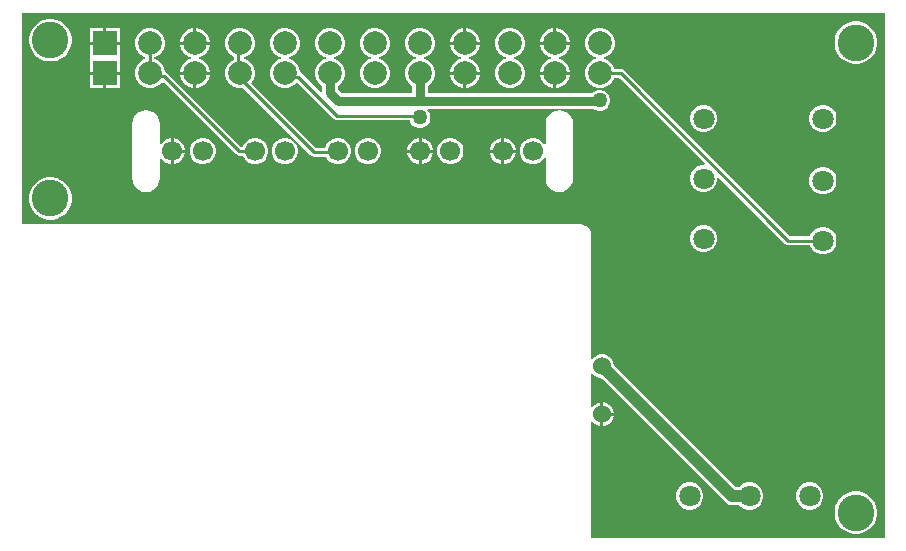
<source format=gtl>
G04*
G04 #@! TF.GenerationSoftware,Altium Limited,Altium Designer,23.1.1 (15)*
G04*
G04 Layer_Physical_Order=1*
G04 Layer_Color=255*
%FSLAX44Y44*%
%MOMM*%
G71*
G04*
G04 #@! TF.SameCoordinates,DA8C0BEE-71F1-460D-B415-3B7703EDD080*
G04*
G04*
G04 #@! TF.FilePolarity,Positive*
G04*
G01*
G75*
%ADD17C,1.8000*%
%ADD20C,0.8000*%
%ADD21C,0.2540*%
%ADD22C,1.0000*%
%ADD23C,3.1000*%
%ADD24C,2.0000*%
%ADD25R,2.0000X2.0000*%
%ADD26C,1.7000*%
%ADD27C,1.5240*%
%ADD28C,0.7112*%
%ADD29C,1.2700*%
G36*
X993386Y816614D02*
X744614D01*
Y914844D01*
X745581Y915103D01*
X745884Y915108D01*
X747762Y913230D01*
X750078Y911892D01*
X752662Y911200D01*
X752730D01*
Y921360D01*
Y931520D01*
X752662D01*
X750078Y930828D01*
X747762Y929490D01*
X745884Y927612D01*
X745581Y927617D01*
X744614Y927876D01*
Y955484D01*
X745581Y955743D01*
X745884Y955748D01*
X747762Y953870D01*
X750078Y952532D01*
X752662Y951840D01*
X753405D01*
X858622Y846622D01*
X860198Y845414D01*
X862032Y844654D01*
X864000Y844395D01*
X870285D01*
X871914Y842766D01*
X874546Y841246D01*
X877481Y840460D01*
X880519D01*
X883454Y841246D01*
X886086Y842766D01*
X888234Y844914D01*
X889753Y847546D01*
X890540Y850481D01*
Y853519D01*
X889753Y856454D01*
X888234Y859086D01*
X886086Y861234D01*
X883454Y862754D01*
X880519Y863540D01*
X877481D01*
X874546Y862754D01*
X871914Y861234D01*
X870285Y859605D01*
X867150D01*
X764160Y962595D01*
Y963338D01*
X763468Y965922D01*
X762130Y968238D01*
X760238Y970130D01*
X757922Y971468D01*
X755338Y972160D01*
X752662D01*
X750078Y971468D01*
X747762Y970130D01*
X745884Y968252D01*
X745581Y968257D01*
X744614Y968516D01*
Y1073318D01*
X744320Y1075547D01*
X743460Y1077625D01*
X742091Y1079409D01*
X740307Y1080778D01*
X738229Y1081638D01*
X736000Y1081932D01*
X262614Y1081932D01*
Y1261386D01*
X993386D01*
Y816614D01*
D02*
G37*
%LPC*%
G36*
X715651Y1247940D02*
X715270D01*
Y1236670D01*
X726540D01*
Y1237051D01*
X725685Y1240240D01*
X724035Y1243100D01*
X721700Y1245434D01*
X718840Y1247085D01*
X715651Y1247940D01*
D02*
G37*
G36*
X712730D02*
X712349D01*
X709160Y1247085D01*
X706300Y1245434D01*
X703966Y1243100D01*
X702315Y1240240D01*
X701460Y1237051D01*
Y1236670D01*
X712730D01*
Y1247940D01*
D02*
G37*
G36*
X639451D02*
X639070D01*
Y1236670D01*
X650340D01*
Y1237051D01*
X649485Y1240240D01*
X647834Y1243100D01*
X645500Y1245434D01*
X642640Y1247085D01*
X639451Y1247940D01*
D02*
G37*
G36*
X636530D02*
X636149D01*
X632960Y1247085D01*
X630100Y1245434D01*
X627766Y1243100D01*
X626115Y1240240D01*
X625260Y1237051D01*
Y1236670D01*
X636530D01*
Y1247940D01*
D02*
G37*
G36*
X410851D02*
X410470D01*
Y1236670D01*
X421740D01*
Y1237051D01*
X420885Y1240240D01*
X419235Y1243100D01*
X416900Y1245434D01*
X414040Y1247085D01*
X410851Y1247940D01*
D02*
G37*
G36*
X407930D02*
X407549D01*
X404360Y1247085D01*
X401500Y1245434D01*
X399165Y1243100D01*
X397515Y1240240D01*
X396660Y1237051D01*
Y1236670D01*
X407930D01*
Y1247940D01*
D02*
G37*
G36*
X345540D02*
X334270D01*
Y1236670D01*
X345540D01*
Y1247940D01*
D02*
G37*
G36*
X331730D02*
X320460D01*
Y1236670D01*
X331730D01*
Y1247940D01*
D02*
G37*
G36*
X288777Y1256040D02*
X285223D01*
X281738Y1255347D01*
X278455Y1253987D01*
X275500Y1252013D01*
X272987Y1249500D01*
X271013Y1246545D01*
X269653Y1243262D01*
X268960Y1239777D01*
Y1236223D01*
X269653Y1232738D01*
X271013Y1229455D01*
X272987Y1226500D01*
X275500Y1223987D01*
X278455Y1222013D01*
X281738Y1220653D01*
X285223Y1219960D01*
X288777D01*
X292262Y1220653D01*
X295545Y1222013D01*
X298500Y1223987D01*
X301013Y1226500D01*
X302987Y1229455D01*
X304347Y1232738D01*
X305040Y1236223D01*
Y1239777D01*
X304347Y1243262D01*
X302987Y1246545D01*
X301013Y1249500D01*
X298500Y1252013D01*
X295545Y1253987D01*
X292262Y1255347D01*
X288777Y1256040D01*
D02*
G37*
G36*
X970777Y1254040D02*
X967223D01*
X963738Y1253347D01*
X960455Y1251987D01*
X957500Y1250013D01*
X954987Y1247500D01*
X953013Y1244545D01*
X951653Y1241262D01*
X950960Y1237777D01*
Y1234223D01*
X951653Y1230738D01*
X953013Y1227455D01*
X954987Y1224500D01*
X957500Y1221987D01*
X960455Y1220013D01*
X963738Y1218653D01*
X967223Y1217960D01*
X970777D01*
X974262Y1218653D01*
X977545Y1220013D01*
X980500Y1221987D01*
X983013Y1224500D01*
X984987Y1227455D01*
X986347Y1230738D01*
X987040Y1234223D01*
Y1237777D01*
X986347Y1241262D01*
X984987Y1244545D01*
X983013Y1247500D01*
X980500Y1250013D01*
X977545Y1251987D01*
X974262Y1253347D01*
X970777Y1254040D01*
D02*
G37*
G36*
X726540Y1234130D02*
X701460D01*
Y1233749D01*
X702315Y1230560D01*
X703966Y1227700D01*
X706300Y1225366D01*
X709160Y1223715D01*
X710493Y1223357D01*
Y1222043D01*
X709160Y1221685D01*
X706300Y1220034D01*
X703966Y1217700D01*
X702315Y1214840D01*
X701460Y1211651D01*
Y1211270D01*
X726540D01*
Y1211651D01*
X725685Y1214840D01*
X724035Y1217700D01*
X721700Y1220034D01*
X718840Y1221685D01*
X717507Y1222043D01*
Y1223357D01*
X718840Y1223715D01*
X721700Y1225366D01*
X724035Y1227700D01*
X725685Y1230560D01*
X726540Y1233749D01*
Y1234130D01*
D02*
G37*
G36*
X650340D02*
X625260D01*
Y1233749D01*
X626115Y1230560D01*
X627766Y1227700D01*
X630100Y1225366D01*
X632960Y1223715D01*
X634293Y1223357D01*
Y1222043D01*
X632960Y1221685D01*
X630100Y1220034D01*
X627766Y1217700D01*
X626115Y1214840D01*
X625260Y1211651D01*
Y1211270D01*
X650340D01*
Y1211651D01*
X649485Y1214840D01*
X647834Y1217700D01*
X645500Y1220034D01*
X642640Y1221685D01*
X641307Y1222043D01*
Y1223357D01*
X642640Y1223715D01*
X645500Y1225366D01*
X647834Y1227700D01*
X649485Y1230560D01*
X650340Y1233749D01*
Y1234130D01*
D02*
G37*
G36*
X421740D02*
X396660D01*
Y1233749D01*
X397515Y1230560D01*
X399165Y1227700D01*
X401500Y1225366D01*
X404360Y1223715D01*
X405693Y1223357D01*
Y1222043D01*
X404360Y1221685D01*
X401500Y1220034D01*
X399165Y1217700D01*
X397515Y1214840D01*
X396660Y1211651D01*
Y1211270D01*
X421740D01*
Y1211651D01*
X420885Y1214840D01*
X419235Y1217700D01*
X416900Y1220034D01*
X414040Y1221685D01*
X412707Y1222043D01*
Y1223357D01*
X414040Y1223715D01*
X416900Y1225366D01*
X419235Y1227700D01*
X420885Y1230560D01*
X421740Y1233749D01*
Y1234130D01*
D02*
G37*
G36*
X345540D02*
X320460D01*
Y1223810D01*
X320460Y1222860D01*
X320460Y1221590D01*
Y1211270D01*
X345540D01*
Y1221590D01*
X345540Y1222540D01*
X345540Y1223810D01*
Y1234130D01*
D02*
G37*
G36*
X726540Y1208730D02*
X715270D01*
Y1197460D01*
X715651D01*
X718840Y1198315D01*
X721700Y1199966D01*
X724035Y1202300D01*
X725685Y1205160D01*
X726540Y1208349D01*
Y1208730D01*
D02*
G37*
G36*
X712730D02*
X701460D01*
Y1208349D01*
X702315Y1205160D01*
X703966Y1202300D01*
X706300Y1199966D01*
X709160Y1198315D01*
X712349Y1197460D01*
X712730D01*
Y1208730D01*
D02*
G37*
G36*
X677551Y1247940D02*
X674249D01*
X671060Y1247085D01*
X668200Y1245434D01*
X665865Y1243100D01*
X664215Y1240240D01*
X663360Y1237051D01*
Y1233749D01*
X664215Y1230560D01*
X665865Y1227700D01*
X668200Y1225366D01*
X671060Y1223715D01*
X672393Y1223357D01*
Y1222043D01*
X671060Y1221685D01*
X668200Y1220034D01*
X665865Y1217700D01*
X664215Y1214840D01*
X663360Y1211651D01*
Y1208349D01*
X664215Y1205160D01*
X665865Y1202300D01*
X668200Y1199966D01*
X671060Y1198315D01*
X674249Y1197460D01*
X677551D01*
X680740Y1198315D01*
X683600Y1199966D01*
X685935Y1202300D01*
X687585Y1205160D01*
X688440Y1208349D01*
Y1211651D01*
X687585Y1214840D01*
X685935Y1217700D01*
X683600Y1220034D01*
X680740Y1221685D01*
X679407Y1222043D01*
Y1223357D01*
X680740Y1223715D01*
X683600Y1225366D01*
X685935Y1227700D01*
X687585Y1230560D01*
X688440Y1233749D01*
Y1237051D01*
X687585Y1240240D01*
X685935Y1243100D01*
X683600Y1245434D01*
X680740Y1247085D01*
X677551Y1247940D01*
D02*
G37*
G36*
X650340Y1208730D02*
X639070D01*
Y1197460D01*
X639451D01*
X642640Y1198315D01*
X645500Y1199966D01*
X647834Y1202300D01*
X649485Y1205160D01*
X650340Y1208349D01*
Y1208730D01*
D02*
G37*
G36*
X636530D02*
X625260D01*
Y1208349D01*
X626115Y1205160D01*
X627766Y1202300D01*
X630100Y1199966D01*
X632960Y1198315D01*
X636149Y1197460D01*
X636530D01*
Y1208730D01*
D02*
G37*
G36*
X563251Y1247940D02*
X559949D01*
X556760Y1247085D01*
X553900Y1245434D01*
X551566Y1243100D01*
X549915Y1240240D01*
X549060Y1237051D01*
Y1233749D01*
X549915Y1230560D01*
X551566Y1227700D01*
X553900Y1225366D01*
X556760Y1223715D01*
X558093Y1223357D01*
Y1222043D01*
X556760Y1221685D01*
X553900Y1220034D01*
X551566Y1217700D01*
X549915Y1214840D01*
X549060Y1211651D01*
Y1208349D01*
X549915Y1205160D01*
X551566Y1202300D01*
X553900Y1199966D01*
X556760Y1198315D01*
X559949Y1197460D01*
X563251D01*
X566440Y1198315D01*
X569300Y1199966D01*
X571634Y1202300D01*
X573285Y1205160D01*
X574140Y1208349D01*
Y1211651D01*
X573285Y1214840D01*
X571634Y1217700D01*
X569300Y1220034D01*
X566440Y1221685D01*
X565107Y1222043D01*
Y1223357D01*
X566440Y1223715D01*
X569300Y1225366D01*
X571634Y1227700D01*
X573285Y1230560D01*
X574140Y1233749D01*
Y1237051D01*
X573285Y1240240D01*
X571634Y1243100D01*
X569300Y1245434D01*
X566440Y1247085D01*
X563251Y1247940D01*
D02*
G37*
G36*
X421740Y1208730D02*
X410470D01*
Y1197460D01*
X410851D01*
X414040Y1198315D01*
X416900Y1199966D01*
X419235Y1202300D01*
X420885Y1205160D01*
X421740Y1208349D01*
Y1208730D01*
D02*
G37*
G36*
X407930D02*
X396660D01*
Y1208349D01*
X397515Y1205160D01*
X399165Y1202300D01*
X401500Y1199966D01*
X404360Y1198315D01*
X407549Y1197460D01*
X407930D01*
Y1208730D01*
D02*
G37*
G36*
X345540D02*
X334270D01*
Y1197460D01*
X345540D01*
Y1208730D01*
D02*
G37*
G36*
X331730D02*
X320460D01*
Y1197460D01*
X331730D01*
Y1208730D01*
D02*
G37*
G36*
X601351Y1247940D02*
X598049D01*
X594860Y1247085D01*
X592000Y1245434D01*
X589665Y1243100D01*
X588015Y1240240D01*
X587160Y1237051D01*
Y1233749D01*
X588015Y1230560D01*
X589665Y1227700D01*
X592000Y1225366D01*
X594860Y1223715D01*
X596193Y1223357D01*
Y1222043D01*
X594860Y1221685D01*
X592000Y1220034D01*
X589665Y1217700D01*
X588015Y1214840D01*
X587160Y1211651D01*
Y1208349D01*
X588015Y1205160D01*
X589665Y1202300D01*
X592000Y1199966D01*
X593104Y1199329D01*
Y1193328D01*
X533001D01*
X530096Y1196232D01*
Y1199329D01*
X531200Y1199966D01*
X533535Y1202300D01*
X535185Y1205160D01*
X536040Y1208349D01*
Y1211651D01*
X535185Y1214840D01*
X533535Y1217700D01*
X531200Y1220034D01*
X528340Y1221685D01*
X527007Y1222043D01*
Y1223357D01*
X528340Y1223715D01*
X531200Y1225366D01*
X533535Y1227700D01*
X535185Y1230560D01*
X536040Y1233749D01*
Y1237051D01*
X535185Y1240240D01*
X533535Y1243100D01*
X531200Y1245434D01*
X528340Y1247085D01*
X525151Y1247940D01*
X521849D01*
X518660Y1247085D01*
X515800Y1245434D01*
X513465Y1243100D01*
X511815Y1240240D01*
X510960Y1237051D01*
Y1233749D01*
X511815Y1230560D01*
X513465Y1227700D01*
X515800Y1225366D01*
X518660Y1223715D01*
X519993Y1223357D01*
Y1222043D01*
X518660Y1221685D01*
X515800Y1220034D01*
X513465Y1217700D01*
X511815Y1214840D01*
X510960Y1211651D01*
Y1208349D01*
X511815Y1205160D01*
X513465Y1202300D01*
X515800Y1199966D01*
X516904Y1199329D01*
Y1194386D01*
X515634Y1193860D01*
X499672Y1209822D01*
X498412Y1210664D01*
X497940Y1210758D01*
Y1211651D01*
X497085Y1214840D01*
X495434Y1217700D01*
X493100Y1220034D01*
X490240Y1221685D01*
X488907Y1222043D01*
Y1223357D01*
X490240Y1223715D01*
X493100Y1225366D01*
X495434Y1227700D01*
X497085Y1230560D01*
X497940Y1233749D01*
Y1237051D01*
X497085Y1240240D01*
X495434Y1243100D01*
X493100Y1245434D01*
X490240Y1247085D01*
X487051Y1247940D01*
X483749D01*
X480560Y1247085D01*
X477700Y1245434D01*
X475365Y1243100D01*
X473715Y1240240D01*
X472860Y1237051D01*
Y1233749D01*
X473715Y1230560D01*
X475365Y1227700D01*
X477700Y1225366D01*
X480560Y1223715D01*
X481893Y1223357D01*
Y1222043D01*
X480560Y1221685D01*
X477700Y1220034D01*
X475365Y1217700D01*
X473715Y1214840D01*
X472860Y1211651D01*
Y1208349D01*
X473715Y1205160D01*
X475365Y1202300D01*
X477700Y1199966D01*
X480560Y1198315D01*
X483749Y1197460D01*
X487051D01*
X490240Y1198315D01*
X493100Y1199966D01*
X495434Y1202300D01*
X496116Y1202390D01*
X527143Y1171363D01*
X528403Y1170521D01*
X529890Y1170225D01*
X591247D01*
X591545Y1169110D01*
X592716Y1167083D01*
X594371Y1165428D01*
X596398Y1164257D01*
X598659Y1163651D01*
X601000D01*
X603261Y1164257D01*
X605288Y1165428D01*
X606943Y1167083D01*
X608114Y1169110D01*
X608720Y1171371D01*
Y1173712D01*
X608114Y1175973D01*
X606943Y1178000D01*
X606078Y1178865D01*
X606604Y1180135D01*
X746293D01*
X746541Y1179886D01*
X748569Y1178716D01*
X750830Y1178110D01*
X753170D01*
X755431Y1178716D01*
X757459Y1179886D01*
X759114Y1181541D01*
X760284Y1183569D01*
X760890Y1185830D01*
Y1188170D01*
X760284Y1190431D01*
X759114Y1192459D01*
X757459Y1194114D01*
X755431Y1195284D01*
X753170Y1195890D01*
X750830D01*
X748569Y1195284D01*
X746541Y1194114D01*
X745755Y1193328D01*
X606296D01*
Y1199329D01*
X607400Y1199966D01*
X609734Y1202300D01*
X611385Y1205160D01*
X612240Y1208349D01*
Y1211651D01*
X611385Y1214840D01*
X609734Y1217700D01*
X607400Y1220034D01*
X604540Y1221685D01*
X603207Y1222043D01*
Y1223357D01*
X604540Y1223715D01*
X607400Y1225366D01*
X609734Y1227700D01*
X611385Y1230560D01*
X612240Y1233749D01*
Y1237051D01*
X611385Y1240240D01*
X609734Y1243100D01*
X607400Y1245434D01*
X604540Y1247085D01*
X601351Y1247940D01*
D02*
G37*
G36*
X942519Y1183140D02*
X939481D01*
X936546Y1182354D01*
X933914Y1180834D01*
X931766Y1178686D01*
X930247Y1176054D01*
X929460Y1173119D01*
Y1170081D01*
X930247Y1167146D01*
X931766Y1164514D01*
X933914Y1162366D01*
X936546Y1160846D01*
X939481Y1160060D01*
X942519D01*
X945454Y1160846D01*
X948086Y1162366D01*
X950234Y1164514D01*
X951753Y1167146D01*
X952540Y1170081D01*
Y1173119D01*
X951753Y1176054D01*
X950234Y1178686D01*
X948086Y1180834D01*
X945454Y1182354D01*
X942519Y1183140D01*
D02*
G37*
G36*
X841519D02*
X838481D01*
X835546Y1182354D01*
X832914Y1180834D01*
X830766Y1178686D01*
X829246Y1176054D01*
X828460Y1173119D01*
Y1170081D01*
X829246Y1167146D01*
X830766Y1164514D01*
X832914Y1162366D01*
X835546Y1160846D01*
X838481Y1160060D01*
X841519D01*
X844454Y1160846D01*
X847086Y1162366D01*
X849234Y1164514D01*
X850753Y1167146D01*
X851540Y1170081D01*
Y1173119D01*
X850753Y1176054D01*
X849234Y1178686D01*
X847086Y1180834D01*
X844454Y1182354D01*
X841519Y1183140D01*
D02*
G37*
G36*
X717909Y1178620D02*
X714896Y1178223D01*
X712089Y1177060D01*
X709678Y1175210D01*
X707829Y1172800D01*
X706666Y1169993D01*
X706269Y1166980D01*
Y1150010D01*
X704999Y1149670D01*
X704359Y1150779D01*
X702304Y1152834D01*
X699786Y1154288D01*
X696979Y1155040D01*
X694072D01*
X691264Y1154288D01*
X688746Y1152834D01*
X686691Y1150779D01*
X685237Y1148261D01*
X684485Y1145453D01*
Y1142547D01*
X685237Y1139739D01*
X686691Y1137221D01*
X688746Y1135166D01*
X691264Y1133712D01*
X694072Y1132960D01*
X696979D01*
X699786Y1133712D01*
X702304Y1135166D01*
X704359Y1137221D01*
X704999Y1138330D01*
X706269Y1137990D01*
Y1120980D01*
X706666Y1117968D01*
X707829Y1115160D01*
X709678Y1112750D01*
X712089Y1110900D01*
X714896Y1109737D01*
X717909Y1109341D01*
X720921Y1109737D01*
X723729Y1110900D01*
X726139Y1112750D01*
X727989Y1115160D01*
X729152Y1117968D01*
X729548Y1120980D01*
Y1166980D01*
X729152Y1169993D01*
X727989Y1172800D01*
X726139Y1175210D01*
X723729Y1177060D01*
X720921Y1178223D01*
X717909Y1178620D01*
D02*
G37*
G36*
X391453Y1155040D02*
X391270D01*
Y1145270D01*
X401040D01*
Y1145453D01*
X400288Y1148261D01*
X398834Y1150779D01*
X396779Y1152834D01*
X394261Y1154288D01*
X391453Y1155040D01*
D02*
G37*
G36*
X671580D02*
X671397D01*
Y1145270D01*
X681167D01*
Y1145453D01*
X680414Y1148261D01*
X678961Y1150779D01*
X676905Y1152834D01*
X674388Y1154288D01*
X671580Y1155040D01*
D02*
G37*
G36*
X601472D02*
X601289D01*
Y1145270D01*
X611059D01*
Y1145453D01*
X610306Y1148261D01*
X608853Y1150779D01*
X606797Y1152834D01*
X604280Y1154288D01*
X601472Y1155040D01*
D02*
G37*
G36*
X668857D02*
X668673D01*
X665865Y1154288D01*
X663348Y1152834D01*
X661292Y1150779D01*
X659839Y1148261D01*
X659087Y1145453D01*
Y1145270D01*
X668857D01*
Y1155040D01*
D02*
G37*
G36*
X598749D02*
X598565D01*
X595757Y1154288D01*
X593240Y1152834D01*
X591184Y1150779D01*
X589731Y1148261D01*
X588979Y1145453D01*
Y1145270D01*
X598749D01*
Y1155040D01*
D02*
G37*
G36*
X681167Y1142730D02*
X671397D01*
Y1132960D01*
X671580D01*
X674388Y1133712D01*
X676905Y1135166D01*
X678961Y1137221D01*
X680414Y1139739D01*
X681167Y1142547D01*
Y1142730D01*
D02*
G37*
G36*
X668857D02*
X659087D01*
Y1142547D01*
X659839Y1139739D01*
X661292Y1137221D01*
X663348Y1135166D01*
X665865Y1133712D01*
X668673Y1132960D01*
X668857D01*
Y1142730D01*
D02*
G37*
G36*
X627159Y1155040D02*
X624252D01*
X621444Y1154288D01*
X618927Y1152834D01*
X616871Y1150779D01*
X615418Y1148261D01*
X614665Y1145453D01*
Y1142547D01*
X615418Y1139739D01*
X616871Y1137221D01*
X618927Y1135166D01*
X621444Y1133712D01*
X624252Y1132960D01*
X627159D01*
X629967Y1133712D01*
X632484Y1135166D01*
X634540Y1137221D01*
X635993Y1139739D01*
X636745Y1142547D01*
Y1145453D01*
X635993Y1148261D01*
X634540Y1150779D01*
X632484Y1152834D01*
X629967Y1154288D01*
X627159Y1155040D01*
D02*
G37*
G36*
X611059Y1142730D02*
X601289D01*
Y1132960D01*
X601472D01*
X604280Y1133712D01*
X606797Y1135166D01*
X608853Y1137221D01*
X610306Y1139739D01*
X611059Y1142547D01*
Y1142730D01*
D02*
G37*
G36*
X598749D02*
X588979D01*
Y1142547D01*
X589731Y1139739D01*
X591184Y1137221D01*
X593240Y1135166D01*
X595757Y1133712D01*
X598565Y1132960D01*
X598749D01*
Y1142730D01*
D02*
G37*
G36*
X557227Y1155040D02*
X554320D01*
X551512Y1154288D01*
X548995Y1152834D01*
X546940Y1150779D01*
X545486Y1148261D01*
X544734Y1145453D01*
Y1142547D01*
X545486Y1139739D01*
X546940Y1137221D01*
X548995Y1135166D01*
X551512Y1133712D01*
X554320Y1132960D01*
X557227D01*
X560035Y1133712D01*
X562552Y1135166D01*
X564608Y1137221D01*
X566062Y1139739D01*
X566814Y1142547D01*
Y1145453D01*
X566062Y1148261D01*
X564608Y1150779D01*
X562552Y1152834D01*
X560035Y1154288D01*
X557227Y1155040D01*
D02*
G37*
G36*
X448951Y1247940D02*
X445649D01*
X442460Y1247085D01*
X439600Y1245434D01*
X437266Y1243100D01*
X435615Y1240240D01*
X434760Y1237051D01*
Y1233749D01*
X435615Y1230560D01*
X437266Y1227700D01*
X439600Y1225366D01*
X442295Y1223810D01*
Y1221590D01*
X439600Y1220034D01*
X437266Y1217700D01*
X435615Y1214840D01*
X434760Y1211651D01*
Y1208349D01*
X435615Y1205160D01*
X437266Y1202300D01*
X439600Y1199966D01*
X442460Y1198315D01*
X445649Y1197460D01*
X448951D01*
X449815Y1197691D01*
X507156Y1140350D01*
X508417Y1139508D01*
X509903Y1139212D01*
X520417D01*
X521566Y1137221D01*
X523622Y1135166D01*
X526139Y1133712D01*
X528947Y1132960D01*
X531854D01*
X534662Y1133712D01*
X537179Y1135166D01*
X539235Y1137221D01*
X540688Y1139739D01*
X541441Y1142547D01*
Y1145453D01*
X540688Y1148261D01*
X539235Y1150779D01*
X537179Y1152834D01*
X534662Y1154288D01*
X531854Y1155040D01*
X528947D01*
X526139Y1154288D01*
X523622Y1152834D01*
X521566Y1150779D01*
X520113Y1148261D01*
X519770Y1146981D01*
X511512D01*
X456764Y1201730D01*
X457335Y1202300D01*
X458985Y1205160D01*
X459840Y1208349D01*
Y1211651D01*
X458985Y1214840D01*
X457335Y1217700D01*
X455000Y1220034D01*
X452140Y1221685D01*
X450807Y1222043D01*
Y1223357D01*
X452140Y1223715D01*
X455000Y1225366D01*
X457335Y1227700D01*
X458985Y1230560D01*
X459840Y1233749D01*
Y1237051D01*
X458985Y1240240D01*
X457335Y1243100D01*
X455000Y1245434D01*
X452140Y1247085D01*
X448951Y1247940D01*
D02*
G37*
G36*
X486987Y1155040D02*
X484081D01*
X481273Y1154288D01*
X478755Y1152834D01*
X476700Y1150779D01*
X475246Y1148261D01*
X474494Y1145453D01*
Y1142547D01*
X475246Y1139739D01*
X476700Y1137221D01*
X478755Y1135166D01*
X481273Y1133712D01*
X484081Y1132960D01*
X486987D01*
X489795Y1133712D01*
X492313Y1135166D01*
X494368Y1137221D01*
X495822Y1139739D01*
X496574Y1142547D01*
Y1145453D01*
X495822Y1148261D01*
X494368Y1150779D01*
X492313Y1152834D01*
X489795Y1154288D01*
X486987Y1155040D01*
D02*
G37*
G36*
X372751Y1247940D02*
X369449D01*
X366260Y1247085D01*
X363400Y1245434D01*
X361065Y1243100D01*
X359415Y1240240D01*
X358560Y1237051D01*
Y1233749D01*
X359415Y1230560D01*
X361065Y1227700D01*
X363400Y1225366D01*
X366260Y1223715D01*
X367215Y1223458D01*
Y1221942D01*
X366260Y1221685D01*
X363400Y1220034D01*
X361065Y1217700D01*
X359415Y1214840D01*
X358560Y1211651D01*
Y1208349D01*
X359415Y1205160D01*
X361065Y1202300D01*
X363400Y1199966D01*
X366260Y1198315D01*
X369449Y1197460D01*
X372751D01*
X375940Y1198315D01*
X378800Y1199966D01*
X381134Y1202300D01*
X381371Y1202710D01*
X382630Y1202876D01*
X444253Y1141253D01*
X445513Y1140411D01*
X447000Y1140115D01*
X449949D01*
X450051Y1139739D01*
X451504Y1137221D01*
X453559Y1135166D01*
X456077Y1133712D01*
X458885Y1132960D01*
X461791D01*
X464599Y1133712D01*
X467117Y1135166D01*
X469172Y1137221D01*
X470626Y1139739D01*
X471378Y1142547D01*
Y1145453D01*
X470626Y1148261D01*
X469172Y1150779D01*
X467117Y1152834D01*
X464599Y1154288D01*
X461791Y1155040D01*
X458885D01*
X456077Y1154288D01*
X453559Y1152834D01*
X451504Y1150779D01*
X450051Y1148261D01*
X449949Y1147885D01*
X448609D01*
X386022Y1210472D01*
X384762Y1211314D01*
X383640Y1211537D01*
Y1211651D01*
X382785Y1214840D01*
X381134Y1217700D01*
X378800Y1220034D01*
X375940Y1221685D01*
X374985Y1221942D01*
Y1223458D01*
X375940Y1223715D01*
X378800Y1225366D01*
X381134Y1227700D01*
X382785Y1230560D01*
X383640Y1233749D01*
Y1237051D01*
X382785Y1240240D01*
X381134Y1243100D01*
X378800Y1245434D01*
X375940Y1247085D01*
X372751Y1247940D01*
D02*
G37*
G36*
X417388Y1155040D02*
X414481D01*
X411674Y1154288D01*
X409156Y1152834D01*
X407101Y1150779D01*
X405647Y1148261D01*
X404895Y1145453D01*
Y1142547D01*
X405647Y1139739D01*
X407101Y1137221D01*
X409156Y1135166D01*
X411674Y1133712D01*
X414481Y1132960D01*
X417388D01*
X420196Y1133712D01*
X422714Y1135166D01*
X424769Y1137221D01*
X426222Y1139739D01*
X426975Y1142547D01*
Y1145453D01*
X426222Y1148261D01*
X424769Y1150779D01*
X422714Y1152834D01*
X420196Y1154288D01*
X417388Y1155040D01*
D02*
G37*
G36*
X401040Y1142730D02*
X391270D01*
Y1132960D01*
X391453D01*
X394261Y1133712D01*
X396779Y1135166D01*
X398834Y1137221D01*
X400288Y1139739D01*
X401040Y1142547D01*
Y1142730D01*
D02*
G37*
G36*
X367909Y1178620D02*
X364896Y1178223D01*
X362089Y1177060D01*
X359678Y1175210D01*
X357829Y1172800D01*
X356666Y1169993D01*
X356269Y1166980D01*
Y1120980D01*
X356666Y1117968D01*
X357829Y1115160D01*
X359678Y1112750D01*
X362089Y1110900D01*
X364896Y1109737D01*
X367909Y1109341D01*
X370921Y1109737D01*
X373729Y1110900D01*
X376139Y1112750D01*
X377989Y1115160D01*
X379152Y1117968D01*
X379548Y1120980D01*
Y1137483D01*
X380818Y1137823D01*
X381166Y1137221D01*
X383221Y1135166D01*
X385739Y1133712D01*
X388547Y1132960D01*
X388730D01*
Y1144000D01*
Y1155040D01*
X388547D01*
X385739Y1154288D01*
X383221Y1152834D01*
X381166Y1150779D01*
X380818Y1150177D01*
X379548Y1150517D01*
Y1166980D01*
X379152Y1169993D01*
X377989Y1172800D01*
X376139Y1175210D01*
X373729Y1177060D01*
X370921Y1178223D01*
X367909Y1178620D01*
D02*
G37*
G36*
X942519Y1130540D02*
X939481D01*
X936546Y1129753D01*
X933914Y1128234D01*
X931766Y1126086D01*
X930247Y1123454D01*
X929460Y1120519D01*
Y1117481D01*
X930247Y1114546D01*
X931766Y1111914D01*
X933914Y1109766D01*
X936546Y1108246D01*
X939481Y1107460D01*
X942519D01*
X945454Y1108246D01*
X948086Y1109766D01*
X950234Y1111914D01*
X951753Y1114546D01*
X952540Y1117481D01*
Y1120519D01*
X951753Y1123454D01*
X950234Y1126086D01*
X948086Y1128234D01*
X945454Y1129753D01*
X942519Y1130540D01*
D02*
G37*
G36*
X288777Y1122040D02*
X285223D01*
X281738Y1121347D01*
X278455Y1119987D01*
X275500Y1118013D01*
X272987Y1115500D01*
X271013Y1112545D01*
X269653Y1109262D01*
X268960Y1105777D01*
Y1102223D01*
X269653Y1098738D01*
X271013Y1095455D01*
X272987Y1092500D01*
X275500Y1089987D01*
X278455Y1088013D01*
X281738Y1086653D01*
X285223Y1085960D01*
X288777D01*
X292262Y1086653D01*
X295545Y1088013D01*
X298500Y1089987D01*
X301013Y1092500D01*
X302987Y1095455D01*
X304347Y1098738D01*
X305040Y1102223D01*
Y1105777D01*
X304347Y1109262D01*
X302987Y1112545D01*
X301013Y1115500D01*
X298500Y1118013D01*
X295545Y1119987D01*
X292262Y1121347D01*
X288777Y1122040D01*
D02*
G37*
G36*
X841519Y1081540D02*
X838481D01*
X835546Y1080753D01*
X832914Y1079234D01*
X830766Y1077086D01*
X829246Y1074454D01*
X828460Y1071519D01*
Y1068481D01*
X829246Y1065546D01*
X830766Y1062914D01*
X832914Y1060766D01*
X835546Y1059246D01*
X838481Y1058460D01*
X841519D01*
X844454Y1059246D01*
X847086Y1060766D01*
X849234Y1062914D01*
X850753Y1065546D01*
X851540Y1068481D01*
Y1071519D01*
X850753Y1074454D01*
X849234Y1077086D01*
X847086Y1079234D01*
X844454Y1080753D01*
X841519Y1081540D01*
D02*
G37*
G36*
X753751Y1247940D02*
X750449D01*
X747260Y1247085D01*
X744400Y1245434D01*
X742066Y1243100D01*
X740415Y1240240D01*
X739560Y1237051D01*
Y1233749D01*
X740415Y1230560D01*
X742066Y1227700D01*
X744400Y1225366D01*
X747260Y1223715D01*
X748593Y1223357D01*
Y1222043D01*
X747260Y1221685D01*
X744400Y1220034D01*
X742066Y1217700D01*
X740415Y1214840D01*
X739560Y1211651D01*
Y1208349D01*
X740415Y1205160D01*
X742066Y1202300D01*
X744400Y1199966D01*
X747260Y1198315D01*
X750449Y1197460D01*
X753751D01*
X756940Y1198315D01*
X759800Y1199966D01*
X762134Y1202300D01*
X763785Y1205160D01*
X764042Y1206115D01*
X768391D01*
X840896Y1133610D01*
X840370Y1132340D01*
X838481D01*
X835546Y1131553D01*
X832914Y1130034D01*
X830766Y1127886D01*
X829246Y1125254D01*
X828460Y1122319D01*
Y1119281D01*
X829246Y1116346D01*
X830766Y1113714D01*
X832914Y1111566D01*
X835546Y1110046D01*
X838481Y1109260D01*
X841519D01*
X844454Y1110046D01*
X847086Y1111566D01*
X849234Y1113714D01*
X850753Y1116346D01*
X851540Y1119281D01*
Y1121170D01*
X852810Y1121696D01*
X909053Y1065453D01*
X910313Y1064611D01*
X911800Y1064315D01*
X930094D01*
X930247Y1063746D01*
X931766Y1061114D01*
X933914Y1058966D01*
X936546Y1057446D01*
X939481Y1056660D01*
X942519D01*
X945454Y1057446D01*
X948086Y1058966D01*
X950234Y1061114D01*
X951753Y1063746D01*
X952540Y1066681D01*
Y1069719D01*
X951753Y1072654D01*
X950234Y1075286D01*
X948086Y1077434D01*
X945454Y1078953D01*
X942519Y1079740D01*
X939481D01*
X936546Y1078953D01*
X933914Y1077434D01*
X931766Y1075286D01*
X930247Y1072654D01*
X930094Y1072085D01*
X913409D01*
X772747Y1212747D01*
X771487Y1213589D01*
X770000Y1213885D01*
X764042D01*
X763785Y1214840D01*
X762134Y1217700D01*
X759800Y1220034D01*
X756940Y1221685D01*
X755607Y1222043D01*
Y1223357D01*
X756940Y1223715D01*
X759800Y1225366D01*
X762134Y1227700D01*
X763785Y1230560D01*
X764640Y1233749D01*
Y1237051D01*
X763785Y1240240D01*
X762134Y1243100D01*
X759800Y1245434D01*
X756940Y1247085D01*
X753751Y1247940D01*
D02*
G37*
G36*
X755338Y931520D02*
X755270D01*
Y922630D01*
X764160D01*
Y922698D01*
X763468Y925282D01*
X762130Y927598D01*
X760238Y929490D01*
X757922Y930828D01*
X755338Y931520D01*
D02*
G37*
G36*
X764160Y920090D02*
X755270D01*
Y911200D01*
X755338D01*
X757922Y911892D01*
X760238Y913230D01*
X762130Y915122D01*
X763468Y917438D01*
X764160Y920022D01*
Y920090D01*
D02*
G37*
G36*
X931319Y863540D02*
X928281D01*
X925346Y862754D01*
X922714Y861234D01*
X920566Y859086D01*
X919046Y856454D01*
X918260Y853519D01*
Y850481D01*
X919046Y847546D01*
X920566Y844914D01*
X922714Y842766D01*
X925346Y841246D01*
X928281Y840460D01*
X931319D01*
X934254Y841246D01*
X936886Y842766D01*
X939034Y844914D01*
X940554Y847546D01*
X941340Y850481D01*
Y853519D01*
X940554Y856454D01*
X939034Y859086D01*
X936886Y861234D01*
X934254Y862754D01*
X931319Y863540D01*
D02*
G37*
G36*
X829719D02*
X826681D01*
X823746Y862754D01*
X821114Y861234D01*
X818966Y859086D01*
X817446Y856454D01*
X816660Y853519D01*
Y850481D01*
X817446Y847546D01*
X818966Y844914D01*
X821114Y842766D01*
X823746Y841246D01*
X826681Y840460D01*
X829719D01*
X832654Y841246D01*
X835286Y842766D01*
X837434Y844914D01*
X838953Y847546D01*
X839740Y850481D01*
Y853519D01*
X838953Y856454D01*
X837434Y859086D01*
X835286Y861234D01*
X832654Y862754D01*
X829719Y863540D01*
D02*
G37*
G36*
X970777Y856040D02*
X967223D01*
X963738Y855347D01*
X960455Y853987D01*
X957500Y852013D01*
X954987Y849500D01*
X953013Y846545D01*
X951653Y843262D01*
X950960Y839777D01*
Y836223D01*
X951653Y832738D01*
X953013Y829455D01*
X954987Y826500D01*
X957500Y823987D01*
X960455Y822013D01*
X963738Y820653D01*
X967223Y819960D01*
X970777D01*
X974262Y820653D01*
X977545Y822013D01*
X980500Y823987D01*
X983013Y826500D01*
X984987Y829455D01*
X986347Y832738D01*
X987040Y836223D01*
Y839777D01*
X986347Y843262D01*
X984987Y846545D01*
X983013Y849500D01*
X980500Y852013D01*
X977545Y853987D01*
X974262Y855347D01*
X970777Y856040D01*
D02*
G37*
%LPD*%
D17*
X941000Y1171600D02*
D03*
Y1119000D02*
D03*
Y1068200D02*
D03*
X840000Y1120800D02*
D03*
Y1171600D02*
D03*
Y1070000D02*
D03*
X879000Y852000D02*
D03*
X929800D02*
D03*
X828200D02*
D03*
D20*
X599700Y1186731D02*
X752000D01*
X530269D02*
X599700D01*
Y1210000D01*
X523500Y1193500D02*
X530269Y1186731D01*
X840000Y1120800D02*
Y1123000D01*
X523500Y1193500D02*
Y1210000D01*
D21*
X911800Y1068200D02*
X941000D01*
X770000Y1210000D02*
X911800Y1068200D01*
X752100Y1210000D02*
X770000D01*
X447000Y1144000D02*
X456564D01*
X461306Y1139258D01*
X383275Y1207725D02*
X447000Y1144000D01*
X529497Y1143097D02*
X530401Y1144000D01*
X447300Y1205700D02*
X509903Y1143097D01*
X529497D01*
X371100Y1210000D02*
X373375Y1207725D01*
X383275D01*
X447300Y1205700D02*
Y1210000D01*
X598261Y1174110D02*
X599830Y1172541D01*
X529890Y1174110D02*
X598261D01*
X488325Y1207075D02*
X496925D01*
X529890Y1174110D01*
X485400Y1210000D02*
X488325Y1207075D01*
X599700Y1186731D02*
X600000Y1186431D01*
X446180Y1219820D02*
X451650Y1214350D01*
X371100Y1210000D02*
Y1235400D01*
X446180Y1219820D02*
Y1232630D01*
D22*
X864000Y852000D02*
X879000D01*
X754000Y962000D02*
X864000Y852000D01*
D23*
X969000Y838000D02*
D03*
Y1236000D02*
D03*
X287000Y1238000D02*
D03*
Y1104000D02*
D03*
D24*
X637800Y1210000D02*
D03*
X675900D02*
D03*
X714000D02*
D03*
X752100D02*
D03*
X485400D02*
D03*
X523500D02*
D03*
X561600D02*
D03*
X599700D02*
D03*
X371100D02*
D03*
X409200D02*
D03*
X447300D02*
D03*
X637800Y1235400D02*
D03*
X675900D02*
D03*
X714000D02*
D03*
X752100D02*
D03*
X485400D02*
D03*
X523500D02*
D03*
X561600D02*
D03*
X599700D02*
D03*
X371100D02*
D03*
X409200D02*
D03*
X447300D02*
D03*
D25*
X333000Y1210000D02*
D03*
Y1235400D02*
D03*
D26*
X390000Y1144000D02*
D03*
X415935D02*
D03*
X460338D02*
D03*
X485534D02*
D03*
X530401D02*
D03*
X555774D02*
D03*
X600019D02*
D03*
X625705D02*
D03*
X670127D02*
D03*
X695525D02*
D03*
D27*
X754000Y962000D02*
D03*
Y921360D02*
D03*
D28*
X961000Y1198000D02*
D03*
X976000Y1168000D02*
D03*
X961000Y1138000D02*
D03*
X976000Y1108000D02*
D03*
X961000Y1078000D02*
D03*
X976000Y1048000D02*
D03*
X961000Y1018000D02*
D03*
X976000Y988000D02*
D03*
X961000Y958000D02*
D03*
X976000Y928000D02*
D03*
X961000Y898000D02*
D03*
X976000Y868000D02*
D03*
X931000Y1198000D02*
D03*
Y1138000D02*
D03*
X946000Y1048000D02*
D03*
X931000Y1018000D02*
D03*
X946000Y988000D02*
D03*
X931000Y958000D02*
D03*
X946000Y928000D02*
D03*
X931000Y898000D02*
D03*
X946000Y868000D02*
D03*
X916000Y1228000D02*
D03*
X901000Y1198000D02*
D03*
X916000Y1168000D02*
D03*
X901000Y1138000D02*
D03*
X916000Y928000D02*
D03*
X901000Y898000D02*
D03*
X916000Y868000D02*
D03*
X901000Y838000D02*
D03*
X886000Y1228000D02*
D03*
X871000Y1198000D02*
D03*
X886000Y1168000D02*
D03*
X871000Y1138000D02*
D03*
X886000Y1048000D02*
D03*
X871000Y1018000D02*
D03*
X886000Y928000D02*
D03*
X871000Y898000D02*
D03*
X886000Y868000D02*
D03*
X871000Y838000D02*
D03*
X856000Y1228000D02*
D03*
X841000Y1198000D02*
D03*
X856000Y1168000D02*
D03*
X841000Y1018000D02*
D03*
X856000Y928000D02*
D03*
X841000Y898000D02*
D03*
Y838000D02*
D03*
X826000Y1228000D02*
D03*
X811000Y1198000D02*
D03*
Y1138000D02*
D03*
X826000Y1108000D02*
D03*
X811000Y1078000D02*
D03*
X826000Y1048000D02*
D03*
X811000Y1018000D02*
D03*
X826000Y928000D02*
D03*
Y868000D02*
D03*
X811000Y838000D02*
D03*
X796000Y1228000D02*
D03*
Y1168000D02*
D03*
Y1108000D02*
D03*
X781000Y1078000D02*
D03*
X796000Y1048000D02*
D03*
X781000Y1018000D02*
D03*
X796000Y988000D02*
D03*
X781000Y838000D02*
D03*
X751000Y1138000D02*
D03*
X766000Y1108000D02*
D03*
X751000Y1078000D02*
D03*
X766000Y1048000D02*
D03*
X751000Y1018000D02*
D03*
X766000Y988000D02*
D03*
X751000Y898000D02*
D03*
X766000Y868000D02*
D03*
X751000Y838000D02*
D03*
X736000Y1228000D02*
D03*
Y1168000D02*
D03*
Y1108000D02*
D03*
X706000D02*
D03*
X676000Y1168000D02*
D03*
Y1108000D02*
D03*
X646000Y1168000D02*
D03*
Y1108000D02*
D03*
X616000Y1228000D02*
D03*
Y1168000D02*
D03*
Y1108000D02*
D03*
X571000Y1138000D02*
D03*
X586000Y1108000D02*
D03*
X541000Y1198000D02*
D03*
X556000Y1108000D02*
D03*
X526000D02*
D03*
X496000Y1168000D02*
D03*
Y1108000D02*
D03*
X466000Y1228000D02*
D03*
Y1168000D02*
D03*
Y1108000D02*
D03*
X421000Y1198000D02*
D03*
X436000Y1168000D02*
D03*
Y1108000D02*
D03*
X406000Y1168000D02*
D03*
Y1108000D02*
D03*
X376000D02*
D03*
X346000Y1168000D02*
D03*
X331000Y1138000D02*
D03*
X346000Y1108000D02*
D03*
X301000Y1198000D02*
D03*
X316000Y1168000D02*
D03*
X301000Y1138000D02*
D03*
X271000Y1198000D02*
D03*
X286000Y1168000D02*
D03*
X271000Y1138000D02*
D03*
D29*
X752000Y1187000D02*
D03*
X599830Y1172541D02*
D03*
M02*

</source>
